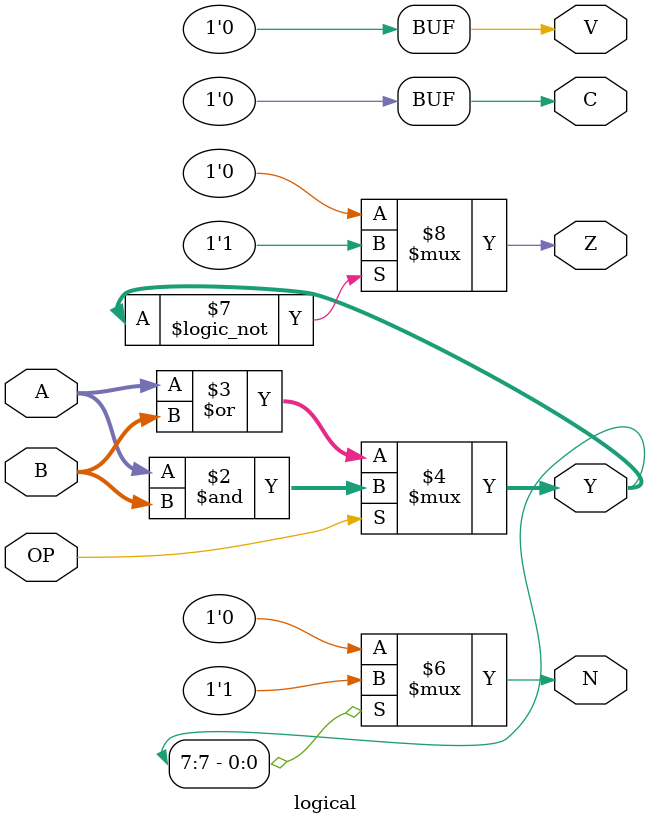
<source format=v>
module logical(A,B,OP,Y,C,V,N,Z); // add all inputs and outputs inside parentheses

  // inputs
  input [7:0] A; //A input, 8 bits wide
  input [7:0] B; //B input, 8 bits wide
  input OP; //1 bit input, tells the logical reg to do OR or AND logic
  //if OP is 0, we do OR
  //OP==1, we do AND
  
  // outputs
  output [7:0] Y;
  output C;
  output V;
  output N;
  output Z;
 
  // reg and internal variable definitions
	
  
  assign Y= (OP==1'b1) ? A&B : A|B;
  assign C=  1'b0;
  assign V= 1'b0;
  assign N= (Y[7]==1'b1) ? 1'b1:1'b0;
  assign Z= (Y==8'b00000000) ? 1'b1:1'b0;
  
endmodule
</source>
